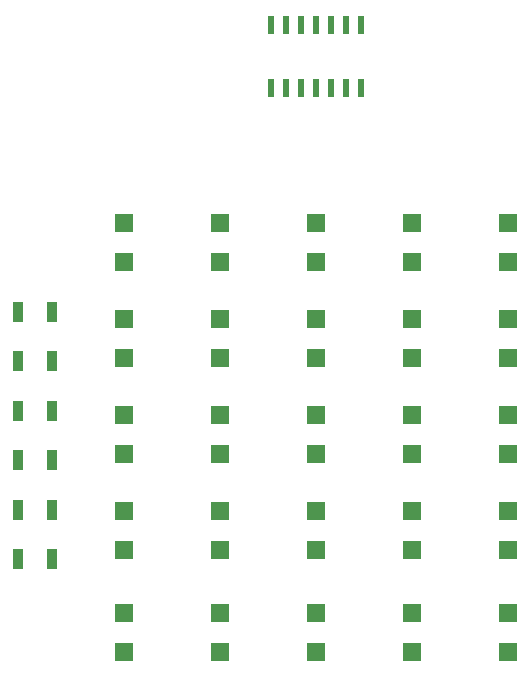
<source format=gtp>
G04 #@! TF.FileFunction,Paste,Top*
%FSLAX46Y46*%
G04 Gerber Fmt 4.6, Leading zero omitted, Abs format (unit mm)*
G04 Created by KiCad (PCBNEW 4.0.7) date 07/15/18 14:57:06*
%MOMM*%
%LPD*%
G01*
G04 APERTURE LIST*
%ADD10C,0.100000*%
%ADD11R,1.500000X1.500000*%
%ADD12R,0.900000X1.700000*%
%ADD13R,0.600000X1.500000*%
G04 APERTURE END LIST*
D10*
D11*
X131064000Y-123316000D03*
X131064000Y-120016000D03*
X131064000Y-131444000D03*
X131064000Y-128144000D03*
X131064000Y-139572000D03*
X131064000Y-136272000D03*
X131064000Y-147700000D03*
X131064000Y-144400000D03*
X131064000Y-156336000D03*
X131064000Y-153036000D03*
X139192000Y-123316000D03*
X139192000Y-120016000D03*
X139192000Y-131444000D03*
X139192000Y-128144000D03*
X139192000Y-139572000D03*
X139192000Y-136272000D03*
X139192000Y-147700000D03*
X139192000Y-144400000D03*
X139192000Y-156336000D03*
X139192000Y-153036000D03*
X147320000Y-123316000D03*
X147320000Y-120016000D03*
X147320000Y-131444000D03*
X147320000Y-128144000D03*
X147320000Y-139572000D03*
X147320000Y-136272000D03*
X147320000Y-147700000D03*
X147320000Y-144400000D03*
X147320000Y-156336000D03*
X147320000Y-153036000D03*
X155448000Y-123316000D03*
X155448000Y-120016000D03*
X155448000Y-131444000D03*
X155448000Y-128144000D03*
X155448000Y-139572000D03*
X155448000Y-136272000D03*
X155448000Y-147700000D03*
X155448000Y-144400000D03*
X155448000Y-156336000D03*
X155448000Y-153036000D03*
X163576000Y-123316000D03*
X163576000Y-120016000D03*
X163576000Y-131444000D03*
X163576000Y-128144000D03*
X163576000Y-139572000D03*
X163576000Y-136272000D03*
X163576000Y-147700000D03*
X163576000Y-144400000D03*
X163576000Y-156336000D03*
X163576000Y-153036000D03*
D12*
X125021000Y-127508000D03*
X122121000Y-127508000D03*
X125021000Y-131699000D03*
X122121000Y-131699000D03*
X125021000Y-135890000D03*
X122121000Y-135890000D03*
X125021000Y-140081000D03*
X122121000Y-140081000D03*
X125021000Y-144272000D03*
X122121000Y-144272000D03*
X125021000Y-148463000D03*
X122121000Y-148463000D03*
D13*
X143510000Y-108618000D03*
X144780000Y-108618000D03*
X146050000Y-108618000D03*
X147320000Y-108618000D03*
X148590000Y-108618000D03*
X149860000Y-108618000D03*
X151130000Y-108618000D03*
X151130000Y-103218000D03*
X149860000Y-103218000D03*
X148590000Y-103218000D03*
X147320000Y-103218000D03*
X146050000Y-103218000D03*
X144780000Y-103218000D03*
X143510000Y-103218000D03*
M02*

</source>
